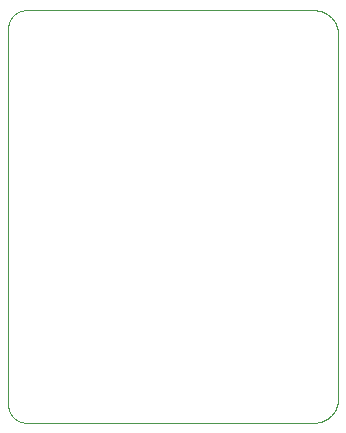
<source format=gko>
G75*
%MOIN*%
%OFA0B0*%
%FSLAX25Y25*%
%IPPOS*%
%LPD*%
%AMOC8*
5,1,8,0,0,1.08239X$1,22.5*
%
%ADD10C,0.00000*%
D10*
X0001310Y0006906D02*
X0001310Y0132545D01*
X0001312Y0132697D01*
X0001318Y0132849D01*
X0001328Y0133001D01*
X0001341Y0133152D01*
X0001359Y0133303D01*
X0001380Y0133454D01*
X0001406Y0133604D01*
X0001435Y0133753D01*
X0001468Y0133902D01*
X0001505Y0134049D01*
X0001545Y0134196D01*
X0001590Y0134341D01*
X0001638Y0134485D01*
X0001690Y0134628D01*
X0001745Y0134770D01*
X0001804Y0134910D01*
X0001867Y0135049D01*
X0001933Y0135186D01*
X0002003Y0135321D01*
X0002076Y0135454D01*
X0002153Y0135585D01*
X0002233Y0135715D01*
X0002316Y0135842D01*
X0002402Y0135967D01*
X0002492Y0136090D01*
X0002585Y0136210D01*
X0002681Y0136328D01*
X0002780Y0136444D01*
X0002882Y0136557D01*
X0002986Y0136667D01*
X0003094Y0136775D01*
X0003204Y0136879D01*
X0003317Y0136981D01*
X0003433Y0137080D01*
X0003551Y0137176D01*
X0003671Y0137269D01*
X0003794Y0137359D01*
X0003919Y0137445D01*
X0004046Y0137528D01*
X0004176Y0137608D01*
X0004307Y0137685D01*
X0004440Y0137758D01*
X0004575Y0137828D01*
X0004712Y0137894D01*
X0004851Y0137957D01*
X0004991Y0138016D01*
X0005133Y0138071D01*
X0005276Y0138123D01*
X0005420Y0138171D01*
X0005565Y0138216D01*
X0005712Y0138256D01*
X0005859Y0138293D01*
X0006008Y0138326D01*
X0006157Y0138355D01*
X0006307Y0138381D01*
X0006458Y0138402D01*
X0006609Y0138420D01*
X0006760Y0138433D01*
X0006912Y0138443D01*
X0007064Y0138449D01*
X0007216Y0138451D01*
X0103357Y0138451D01*
X0103547Y0138449D01*
X0103737Y0138442D01*
X0103927Y0138430D01*
X0104117Y0138414D01*
X0104306Y0138394D01*
X0104495Y0138368D01*
X0104683Y0138339D01*
X0104870Y0138304D01*
X0105056Y0138265D01*
X0105241Y0138222D01*
X0105426Y0138174D01*
X0105609Y0138122D01*
X0105790Y0138066D01*
X0105970Y0138005D01*
X0106149Y0137939D01*
X0106326Y0137870D01*
X0106502Y0137796D01*
X0106675Y0137718D01*
X0106847Y0137635D01*
X0107016Y0137549D01*
X0107184Y0137459D01*
X0107349Y0137364D01*
X0107512Y0137266D01*
X0107672Y0137163D01*
X0107830Y0137057D01*
X0107985Y0136947D01*
X0108138Y0136834D01*
X0108288Y0136716D01*
X0108434Y0136595D01*
X0108578Y0136471D01*
X0108719Y0136343D01*
X0108857Y0136212D01*
X0108992Y0136077D01*
X0109123Y0135939D01*
X0109251Y0135798D01*
X0109375Y0135654D01*
X0109496Y0135508D01*
X0109614Y0135358D01*
X0109727Y0135205D01*
X0109837Y0135050D01*
X0109943Y0134892D01*
X0110046Y0134732D01*
X0110144Y0134569D01*
X0110239Y0134404D01*
X0110329Y0134236D01*
X0110415Y0134067D01*
X0110498Y0133895D01*
X0110576Y0133722D01*
X0110650Y0133546D01*
X0110719Y0133369D01*
X0110785Y0133190D01*
X0110846Y0133010D01*
X0110902Y0132829D01*
X0110954Y0132646D01*
X0111002Y0132461D01*
X0111045Y0132276D01*
X0111084Y0132090D01*
X0111119Y0131903D01*
X0111148Y0131715D01*
X0111174Y0131526D01*
X0111194Y0131337D01*
X0111210Y0131147D01*
X0111222Y0130957D01*
X0111229Y0130767D01*
X0111231Y0130577D01*
X0111231Y0008874D01*
X0111229Y0008684D01*
X0111222Y0008494D01*
X0111210Y0008304D01*
X0111194Y0008114D01*
X0111174Y0007925D01*
X0111148Y0007736D01*
X0111119Y0007548D01*
X0111084Y0007361D01*
X0111045Y0007175D01*
X0111002Y0006990D01*
X0110954Y0006805D01*
X0110902Y0006622D01*
X0110846Y0006441D01*
X0110785Y0006261D01*
X0110719Y0006082D01*
X0110650Y0005905D01*
X0110576Y0005729D01*
X0110498Y0005556D01*
X0110415Y0005384D01*
X0110329Y0005215D01*
X0110239Y0005047D01*
X0110144Y0004882D01*
X0110046Y0004719D01*
X0109943Y0004559D01*
X0109837Y0004401D01*
X0109727Y0004246D01*
X0109614Y0004093D01*
X0109496Y0003943D01*
X0109375Y0003797D01*
X0109251Y0003653D01*
X0109123Y0003512D01*
X0108992Y0003374D01*
X0108857Y0003239D01*
X0108719Y0003108D01*
X0108578Y0002980D01*
X0108434Y0002856D01*
X0108288Y0002735D01*
X0108138Y0002617D01*
X0107985Y0002504D01*
X0107830Y0002394D01*
X0107672Y0002288D01*
X0107512Y0002185D01*
X0107349Y0002087D01*
X0107184Y0001992D01*
X0107016Y0001902D01*
X0106847Y0001816D01*
X0106675Y0001733D01*
X0106502Y0001655D01*
X0106326Y0001581D01*
X0106149Y0001512D01*
X0105970Y0001446D01*
X0105790Y0001385D01*
X0105609Y0001329D01*
X0105426Y0001277D01*
X0105241Y0001229D01*
X0105056Y0001186D01*
X0104870Y0001147D01*
X0104683Y0001112D01*
X0104495Y0001083D01*
X0104306Y0001057D01*
X0104117Y0001037D01*
X0103927Y0001021D01*
X0103737Y0001009D01*
X0103547Y0001002D01*
X0103357Y0001000D01*
X0007216Y0001000D01*
X0007064Y0001002D01*
X0006912Y0001008D01*
X0006760Y0001018D01*
X0006609Y0001031D01*
X0006458Y0001049D01*
X0006307Y0001070D01*
X0006157Y0001096D01*
X0006008Y0001125D01*
X0005859Y0001158D01*
X0005712Y0001195D01*
X0005565Y0001235D01*
X0005420Y0001280D01*
X0005276Y0001328D01*
X0005133Y0001380D01*
X0004991Y0001435D01*
X0004851Y0001494D01*
X0004712Y0001557D01*
X0004575Y0001623D01*
X0004440Y0001693D01*
X0004307Y0001766D01*
X0004176Y0001843D01*
X0004046Y0001923D01*
X0003919Y0002006D01*
X0003794Y0002092D01*
X0003671Y0002182D01*
X0003551Y0002275D01*
X0003433Y0002371D01*
X0003317Y0002470D01*
X0003204Y0002572D01*
X0003094Y0002676D01*
X0002986Y0002784D01*
X0002882Y0002894D01*
X0002780Y0003007D01*
X0002681Y0003123D01*
X0002585Y0003241D01*
X0002492Y0003361D01*
X0002402Y0003484D01*
X0002316Y0003609D01*
X0002233Y0003736D01*
X0002153Y0003866D01*
X0002076Y0003997D01*
X0002003Y0004130D01*
X0001933Y0004265D01*
X0001867Y0004402D01*
X0001804Y0004541D01*
X0001745Y0004681D01*
X0001690Y0004823D01*
X0001638Y0004966D01*
X0001590Y0005110D01*
X0001545Y0005255D01*
X0001505Y0005402D01*
X0001468Y0005549D01*
X0001435Y0005698D01*
X0001406Y0005847D01*
X0001380Y0005997D01*
X0001359Y0006148D01*
X0001341Y0006299D01*
X0001328Y0006450D01*
X0001318Y0006602D01*
X0001312Y0006754D01*
X0001310Y0006906D01*
M02*

</source>
